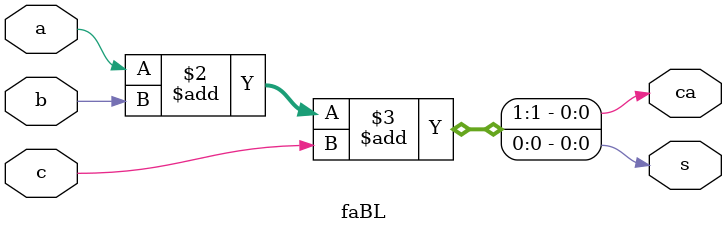
<source format=v>
module faBL(s, ca, a, b, c);
output reg s, ca;
input a,b, c;
always @(a or b or c)
begin
{ca, s}=a+b+c;
end
endmodule

</source>
